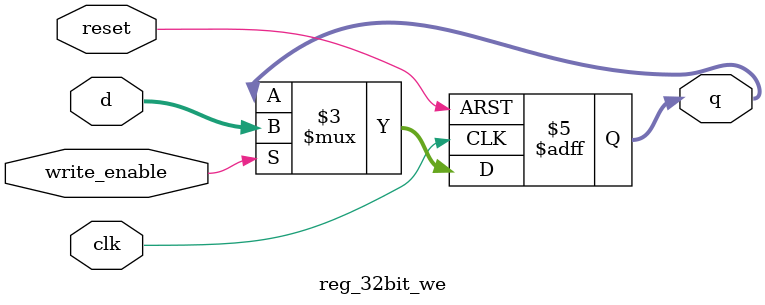
<source format=v>
module reg_32bit_we(
  output reg [31:0] q,
  input [31:0] d,
  input clk,
  input reset,        // active-low
  input write_enable  // synchronous enable
);

  always @(posedge clk or negedge reset) begin
    if (!reset)
      q <= 32'b0;
    else if (write_enable)
      q <= d;
  end

endmodule

</source>
